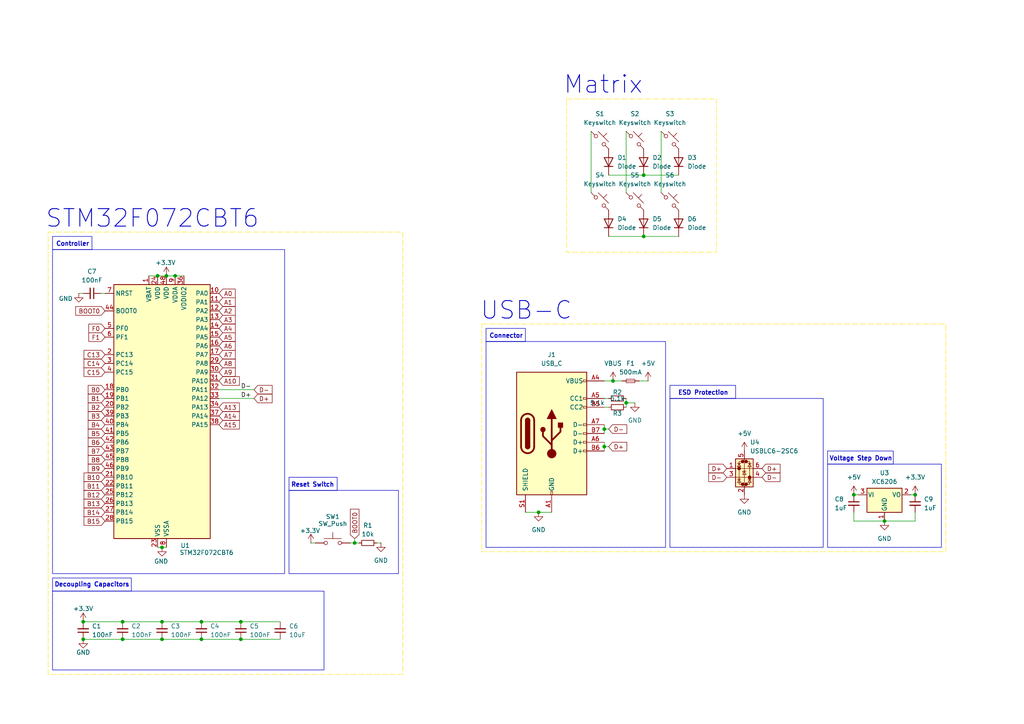
<source format=kicad_sch>
(kicad_sch (version 20231120) (generator "eeschema") (generator_version "8.0")
  (paper "A4")
  (lib_symbols
    (symbol "Connector:USB_C_Receptacle_USB2.0_14P" (pin_names (offset 1.016))
      (property "Reference" "J" (at 0 22.225 0))
      (property "Value" "USB_C_Receptacle_USB2.0_14P" (at 0 19.685 0))
      (symbol "USB_C_Receptacle_USB2.0_14P_0_0"
        (rectangle (start -0.254 -17.78) (end 0.254 -16.764))
        (rectangle (start 10.16 -4.826) (end 9.144 -5.334))
        (rectangle (start 10.16 -2.286) (end 9.144 -2.794))
        (rectangle (start 10.16 0.254) (end 9.144 -0.254))
        (rectangle (start 10.16 2.794) (end 9.144 2.286))
        (rectangle (start 10.16 7.874) (end 9.144 7.366))
        (rectangle (start 10.16 10.414) (end 9.144 9.906))
        (rectangle (start 10.16 15.494) (end 9.144 14.986))
      )
      (symbol "USB_C_Receptacle_USB2.0_14P_0_1"
        (rectangle (start -10.16 17.78) (end 10.16 -17.78) (stroke (width 0.254)) (fill (type background)))
        (arc (start -8.89 -3.81) (mid -6.985 -5.7067) (end -5.08 -3.81) (stroke (width 0.508)))
        (arc (start -7.62 -3.81) (mid -6.985 -4.4423) (end -6.35 -3.81) (stroke (width 0.254)))
        (arc (start -7.62 -3.81) (mid -6.985 -4.4423) (end -6.35 -3.81) (stroke (width 0.254)) (fill (type outline)))
        (rectangle (start -7.62 -3.81) (end -6.35 3.81) (stroke (width 0.254)) (fill (type outline)))
        (arc (start -6.35 3.81) (mid -6.985 4.4423) (end -7.62 3.81) (stroke (width 0.254)))
        (arc (start -6.35 3.81) (mid -6.985 4.4423) (end -7.62 3.81) (stroke (width 0.254)) (fill (type outline)))
        (arc (start -5.08 3.81) (mid -6.985 5.7067) (end -8.89 3.81) (stroke (width 0.508)))
        (circle (center -2.54 1.143) (radius 0.635) (stroke (width 0.254)) (fill (type outline)))
        (circle (center 0 -5.842) (radius 1.27) (fill (type outline)))
        (polyline (pts (xy -8.89 -3.81) (xy -8.89 3.81)) (stroke (width 0.508)))
        (polyline (pts (xy -5.08 3.81) (xy -5.08 -3.81)) (stroke (width 0.508)))
        (polyline (pts (xy 0 -5.842) (xy 0 4.318)) (stroke (width 0.508)))
        (polyline (pts (xy 0 -3.302) (xy -2.54 -0.762) (xy -2.54 0.508)) (stroke (width 0.508)))
        (polyline (pts (xy 0 -2.032) (xy 2.54 0.508) (xy 2.54 1.778)) (stroke (width 0.508)))
        (polyline (pts (xy -1.27 4.318) (xy 0 6.858) (xy 1.27 4.318) (xy -1.27 4.318)) (stroke (width 0.254)) (fill (type outline)))
        (rectangle (start 1.905 1.778) (end 3.175 3.048) (stroke (width 0.254)) (fill (type outline)))
      )
      (symbol "USB_C_Receptacle_USB2.0_14P_1_1"
        (pin passive line (at 0 -22.86 90) (length 5.08) (name "GND") (number "A1"))
        (pin passive line (at 0 -22.86 90) (length 5.08) hide (name "GND") (number "A12"))
        (pin passive line (at 15.24 15.24 180) (length 5.08) (name "VBUS") (number "A4"))
        (pin bidirectional line (at 15.24 10.16 180) (length 5.08) (name "CC1") (number "A5"))
        (pin bidirectional line (at 15.24 -2.54 180) (length 5.08) (name "D+") (number "A6"))
        (pin bidirectional line (at 15.24 2.54 180) (length 5.08) (name "D-") (number "A7"))
        (pin passive line (at 15.24 15.24 180) (length 5.08) hide (name "VBUS") (number "A9"))
        (pin passive line (at 0 -22.86 90) (length 5.08) hide (name "GND") (number "B1"))
        (pin passive line (at 0 -22.86 90) (length 5.08) hide (name "GND") (number "B12"))
        (pin passive line (at 15.24 15.24 180) (length 5.08) hide (name "VBUS") (number "B4"))
        (pin bidirectional line (at 15.24 7.62 180) (length 5.08) (name "CC2") (number "B5"))
        (pin bidirectional line (at 15.24 -5.08 180) (length 5.08) (name "D+") (number "B6"))
        (pin bidirectional line (at 15.24 0 180) (length 5.08) (name "D-") (number "B7"))
        (pin passive line (at 15.24 15.24 180) (length 5.08) hide (name "VBUS") (number "B9"))
        (pin passive line (at -7.62 -22.86 90) (length 5.08) (name "SHIELD") (number "S1"))
      )
    )
    (symbol "Device:C_Small" (pin_numbers hide) (pin_names (offset 0.254) hide)
      (property "Reference" "C" (at 0.254 1.778 0))
      (property "Value" "C_Small" (at 0.254 -2.032 0))
      (symbol "C_Small_0_1"
        (polyline (pts (xy -1.524 -0.508) (xy 1.524 -0.508)) (stroke (width 0.3302)))
        (polyline (pts (xy -1.524 0.508) (xy 1.524 0.508)) (stroke (width 0.3048)))
      )
      (symbol "C_Small_1_1"
        (pin passive line (at 0 2.54 270) (length 2.032) (name "~") (number "1"))
        (pin passive line (at 0 -2.54 90) (length 2.032) (name "~") (number "2"))
      )
    )
    (symbol "Device:Fuse_Small" (pin_numbers hide) (pin_names (offset 0.254) hide)
      (property "Reference" "F" (at 0 -1.524 0))
      (property "Value" "Fuse_Small" (at 0 1.524 0))
      (symbol "Fuse_Small_0_1"
        (rectangle (start -1.27 0.508) (end 1.27 -0.508))
        (polyline (pts (xy -1.27 0) (xy 1.27 0)))
      )
      (symbol "Fuse_Small_1_1"
        (pin passive line (at -2.54 0 0) (length 1.27) (name "~") (number "1"))
        (pin passive line (at 2.54 0 180) (length 1.27) (name "~") (number "2"))
      )
    )
    (symbol "Device:R_Small" (pin_numbers hide) (pin_names (offset 0.254) hide)
      (property "Reference" "R" (at 0.762 0.508 0))
      (property "Value" "R_Small" (at 0.762 -1.016 0))
      (symbol "R_Small_0_1"
        (rectangle (start -0.762 1.778) (end 0.762 -1.778) (stroke (width 0.2032)))
      )
      (symbol "R_Small_1_1"
        (pin passive line (at 0 2.54 270) (length 0.762) (name "~") (number "1"))
        (pin passive line (at 0 -2.54 90) (length 0.762) (name "~") (number "2"))
      )
    )
    (symbol "MCU_ST_STM32F0:STM32F072CBTx"
      (property "Reference" "U" (at -12.7 39.37 0))
      (property "Value" "STM32F072CBTx" (at 10.16 39.37 0))
      (symbol "STM32F072CBTx_0_1"
        (rectangle (start -12.7 -35.56) (end 15.24 38.1) (stroke (width 0.254)) (fill (type background)))
      )
      (symbol "STM32F072CBTx_1_1"
        (pin power_in line (at -2.54 40.64 270) (length 2.54) (name "VBAT") (number "1"))
        (pin bidirectional line (at 17.78 35.56 180) (length 2.54) (name "PA0") (number "10"))
        (pin bidirectional line (at 17.78 33.02 180) (length 2.54) (name "PA1") (number "11"))
        (pin bidirectional line (at 17.78 30.48 180) (length 2.54) (name "PA2") (number "12"))
        (pin bidirectional line (at 17.78 27.94 180) (length 2.54) (name "PA3") (number "13"))
        (pin bidirectional line (at 17.78 25.4 180) (length 2.54) (name "PA4") (number "14"))
        (pin bidirectional line (at 17.78 22.86 180) (length 2.54) (name "PA5") (number "15"))
        (pin bidirectional line (at 17.78 20.32 180) (length 2.54) (name "PA6") (number "16"))
        (pin bidirectional line (at 17.78 17.78 180) (length 2.54) (name "PA7") (number "17"))
        (pin bidirectional line (at -15.24 7.62 0) (length 2.54) (name "PB0") (number "18"))
        (pin bidirectional line (at -15.24 5.08 0) (length 2.54) (name "PB1") (number "19"))
        (pin bidirectional line (at -15.24 17.78 0) (length 2.54) (name "PC13") (number "2"))
        (pin bidirectional line (at -15.24 2.54 0) (length 2.54) (name "PB2") (number "20"))
        (pin bidirectional line (at -15.24 -17.78 0) (length 2.54) (name "PB10") (number "21"))
        (pin bidirectional line (at -15.24 -20.32 0) (length 2.54) (name "PB11") (number "22"))
        (pin power_in line (at 0 -38.1 90) (length 2.54) (name "VSS") (number "23"))
        (pin power_in line (at 0 40.64 270) (length 2.54) (name "VDD") (number "24"))
        (pin bidirectional line (at -15.24 -22.86 0) (length 2.54) (name "PB12") (number "25"))
        (pin bidirectional line (at -15.24 -25.4 0) (length 2.54) (name "PB13") (number "26"))
        (pin bidirectional line (at -15.24 -27.94 0) (length 2.54) (name "PB14") (number "27"))
        (pin bidirectional line (at -15.24 -30.48 0) (length 2.54) (name "PB15") (number "28"))
        (pin bidirectional line (at 17.78 15.24 180) (length 2.54) (name "PA8") (number "29"))
        (pin bidirectional line (at -15.24 15.24 0) (length 2.54) (name "PC14") (number "3"))
        (pin bidirectional line (at 17.78 12.7 180) (length 2.54) (name "PA9") (number "30"))
        (pin bidirectional line (at 17.78 10.16 180) (length 2.54) (name "PA10") (number "31"))
        (pin bidirectional line (at 17.78 7.62 180) (length 2.54) (name "PA11") (number "32"))
        (pin bidirectional line (at 17.78 5.08 180) (length 2.54) (name "PA12") (number "33"))
        (pin bidirectional line (at 17.78 2.54 180) (length 2.54) (name "PA13") (number "34"))
        (pin passive line (at 0 -38.1 90) (length 2.54) hide (name "VSS") (number "35"))
        (pin power_in line (at 7.62 40.64 270) (length 2.54) (name "VDDIO2") (number "36"))
        (pin bidirectional line (at 17.78 0 180) (length 2.54) (name "PA14") (number "37"))
        (pin bidirectional line (at 17.78 -2.54 180) (length 2.54) (name "PA15") (number "38"))
        (pin bidirectional line (at -15.24 0 0) (length 2.54) (name "PB3") (number "39"))
        (pin bidirectional line (at -15.24 12.7 0) (length 2.54) (name "PC15") (number "4"))
        (pin bidirectional line (at -15.24 -2.54 0) (length 2.54) (name "PB4") (number "40"))
        (pin bidirectional line (at -15.24 -5.08 0) (length 2.54) (name "PB5") (number "41"))
        (pin bidirectional line (at -15.24 -7.62 0) (length 2.54) (name "PB6") (number "42"))
        (pin bidirectional line (at -15.24 -10.16 0) (length 2.54) (name "PB7") (number "43"))
        (pin input line (at -15.24 30.48 0) (length 2.54) (name "BOOT0") (number "44"))
        (pin bidirectional line (at -15.24 -12.7 0) (length 2.54) (name "PB8") (number "45"))
        (pin bidirectional line (at -15.24 -15.24 0) (length 2.54) (name "PB9") (number "46"))
        (pin passive line (at 0 -38.1 90) (length 2.54) hide (name "VSS") (number "47"))
        (pin power_in line (at 2.54 40.64 270) (length 2.54) (name "VDD") (number "48"))
        (pin bidirectional line (at -15.24 25.4 0) (length 2.54) (name "PF0") (number "5"))
        (pin bidirectional line (at -15.24 22.86 0) (length 2.54) (name "PF1") (number "6"))
        (pin input line (at -15.24 35.56 0) (length 2.54) (name "NRST") (number "7"))
        (pin power_in line (at 2.54 -38.1 90) (length 2.54) (name "VSSA") (number "8"))
        (pin power_in line (at 5.08 40.64 270) (length 2.54) (name "VDDA") (number "9"))
      )
    )
    (symbol "Power_Protection:USBLC6-2SC6" (pin_names hide)
      (property "Reference" "U" (at 0.635 5.715 0))
      (property "Value" "USBLC6-2SC6" (at 0.635 3.81 0))
      (symbol "USBLC6-2SC6_0_0"
        (circle (center -1.524 0) (radius 0.0001) (stroke (width 0.508)))
        (circle (center -0.508 -4.572) (radius 0.0001) (stroke (width 0.508)))
        (circle (center -0.508 2.032) (radius 0.0001) (stroke (width 0.508)))
        (circle (center 0.508 -4.572) (radius 0.0001) (stroke (width 0.508)))
        (circle (center 0.508 2.032) (radius 0.0001) (stroke (width 0.508)))
        (circle (center 1.524 -2.54) (radius 0.0001) (stroke (width 0.508)))
      )
      (symbol "USBLC6-2SC6_0_1"
        (polyline (pts (xy -2.54 -2.54) (xy 2.54 -2.54)))
        (polyline (pts (xy -2.54 0) (xy 2.54 0)))
        (polyline (pts (xy -2.032 -3.048) (xy -1.016 -3.048)))
        (polyline (pts (xy -1.016 1.524) (xy -2.032 1.524)))
        (polyline (pts (xy 1.016 -3.048) (xy 2.032 -3.048)))
        (polyline (pts (xy 1.016 1.524) (xy 2.032 1.524)))
        (polyline (pts (xy -0.508 -1.143) (xy -0.508 -0.762) (xy 0.508 -0.762)))
        (polyline (pts (xy -2.032 0.508) (xy -1.016 0.508) (xy -1.524 1.524) (xy -2.032 0.508)))
        (polyline (pts (xy -1.016 -4.064) (xy -2.032 -4.064) (xy -1.524 -3.048) (xy -1.016 -4.064)))
        (polyline (pts (xy 0.508 -1.778) (xy -0.508 -1.778) (xy 0 -0.762) (xy 0.508 -1.778)))
        (polyline (pts (xy 2.032 -4.064) (xy 1.016 -4.064) (xy 1.524 -3.048) (xy 2.032 -4.064)))
        (polyline (pts (xy 2.032 0.508) (xy 1.016 0.508) (xy 1.524 1.524) (xy 2.032 0.508)))
        (polyline (pts (xy 0 2.54) (xy -0.508 2.032) (xy 0.508 2.032) (xy 0 1.524) (xy 0 -4.064) (xy -0.508 -4.572) (xy 0.508 -4.572) (xy 0 -5.08)))
      )
      (symbol "USBLC6-2SC6_1_1"
        (rectangle (start -2.54 2.794) (end 2.54 -5.334) (stroke (width 0.254)) (fill (type background)))
        (polyline (pts (xy -0.508 2.032) (xy -1.524 2.032) (xy -1.524 -4.572) (xy -0.508 -4.572)))
        (polyline (pts (xy 0.508 -4.572) (xy 1.524 -4.572) (xy 1.524 2.032) (xy 0.508 2.032)))
        (pin passive line (at -5.08 0 0) (length 2.54) (name "I/O1") (number "1"))
        (pin passive line (at 0 -7.62 90) (length 2.54) (name "GND") (number "2"))
        (pin passive line (at -5.08 -2.54 0) (length 2.54) (name "I/O2") (number "3"))
        (pin passive line (at 5.08 -2.54 180) (length 2.54) (name "I/O2") (number "4"))
        (pin passive line (at 0 5.08 270) (length 2.54) (name "VBUS") (number "5"))
        (pin passive line (at 5.08 0 180) (length 2.54) (name "I/O1") (number "6"))
      )
    )
    (symbol "Regulator_Linear:XC6206PxxxMR" (pin_names (offset 0.254))
      (property "Reference" "U" (at -3.81 3.175 0))
      (property "Value" "XC6206PxxxMR" (at 0 3.175 0))
      (symbol "XC6206PxxxMR_0_1"
        (rectangle (start -5.08 1.905) (end 5.08 -5.08) (stroke (width 0.254)) (fill (type background)))
      )
      (symbol "XC6206PxxxMR_1_1"
        (pin power_in line (at 0 -7.62 90) (length 2.54) (name "GND") (number "1"))
        (pin power_out line (at 7.62 0 180) (length 2.54) (name "VO") (number "2"))
        (pin power_in line (at -7.62 0 0) (length 2.54) (name "VI") (number "3"))
      )
    )
    (symbol "ScottoKeebs:Placeholder_Diode" (pin_numbers hide) (pin_names hide)
      (property "Reference" "D" (at 0 2.54 0))
      (property "Value" "Diode" (at 0 -2.54 0))
      (symbol "Placeholder_Diode_0_1"
        (polyline (pts (xy -1.27 1.27) (xy -1.27 -1.27)) (stroke (width 0.254)))
        (polyline (pts (xy 1.27 0) (xy -1.27 0)))
        (polyline (pts (xy 1.27 1.27) (xy 1.27 -1.27) (xy -1.27 0) (xy 1.27 1.27)) (stroke (width 0.254)))
      )
      (symbol "Placeholder_Diode_1_1"
        (pin passive line (at -3.81 0 0) (length 2.54) (name "K") (number "1"))
        (pin passive line (at 3.81 0 180) (length 2.54) (name "A") (number "2"))
      )
    )
    (symbol "ScottoKeebs:Placeholder_Keyswitch" (pin_numbers hide) (pin_names (offset 1.016) hide)
      (property "Reference" "S" (at 3.048 1.016 0))
      (property "Value" "Keyswitch" (at 0 -3.81 0))
      (symbol "Placeholder_Keyswitch_0_1"
        (circle (center -1.1684 1.1684) (radius 0.508))
        (polyline (pts (xy -0.508 2.54) (xy 2.54 -0.508)))
        (polyline (pts (xy 1.016 1.016) (xy 2.032 2.032)))
        (polyline (pts (xy -2.54 2.54) (xy -1.524 1.524) (xy -1.524 1.524)))
        (polyline (pts (xy 1.524 -1.524) (xy 2.54 -2.54) (xy 2.54 -2.54) (xy 2.54 -2.54)))
        (circle (center 1.143 -1.1938) (radius 0.508))
        (pin passive line (at -2.54 2.54 0) (length 0) (name "1") (number "1"))
        (pin passive line (at 2.54 -2.54 180) (length 0) (name "2") (number "2"))
      )
    )
    (symbol "Switch:SW_Push" (pin_numbers hide) (pin_names (offset 1.016) hide)
      (property "Reference" "SW" (at 1.27 2.54 0))
      (property "Value" "SW_Push" (at 0 -1.524 0))
      (symbol "SW_Push_0_1"
        (circle (center -2.032 0) (radius 0.508))
        (polyline (pts (xy 0 1.27) (xy 0 3.048)))
        (polyline (pts (xy 2.54 1.27) (xy -2.54 1.27)))
        (circle (center 2.032 0) (radius 0.508))
        (pin passive line (at -5.08 0 0) (length 2.54) (name "1") (number "1"))
        (pin passive line (at 5.08 0 180) (length 2.54) (name "2") (number "2"))
      )
    )
    (symbol "power:+3.3V" (power) (pin_numbers hide) (pin_names (offset 0) hide)
      (property "Value" "+3.3V" (at 0 3.556 0))
      (symbol "+3.3V_0_1"
        (polyline (pts (xy -0.762 1.27) (xy 0 2.54)))
        (polyline (pts (xy 0 0) (xy 0 2.54)))
        (polyline (pts (xy 0 2.54) (xy 0.762 1.27)))
      )
      (symbol "+3.3V_1_1"
        (pin power_in line (at 0 0 90) (length 0) (name "~") (number "1"))
      )
    )
    (symbol "power:+5V" (power) (pin_numbers hide) (pin_names (offset 0) hide)
      (property "Value" "+5V" (at 0 3.556 0))
      (symbol "+5V_0_1"
        (polyline (pts (xy -0.762 1.27) (xy 0 2.54)))
        (polyline (pts (xy 0 0) (xy 0 2.54)))
        (polyline (pts (xy 0 2.54) (xy 0.762 1.27)))
      )
      (symbol "+5V_1_1"
        (pin power_in line (at 0 0 90) (length 0) (name "~") (number "1"))
      )
    )
    (symbol "power:GND" (power) (pin_numbers hide) (pin_names (offset 0) hide)
      (property "Value" "GND" (at 0 -3.81 0))
      (symbol "GND_0_1"
        (polyline (pts (xy 0 0) (xy 0 -1.27) (xy 1.27 -1.27) (xy 0 -2.54) (xy -1.27 -1.27) (xy 0 -1.27)))
      )
      (symbol "GND_1_1"
        (pin power_in line (at 0 0 270) (length 0) (name "~") (number "1"))
      )
    )
    (symbol "power:VBUS" (power) (pin_numbers hide) (pin_names (offset 0) hide)
      (property "Value" "VBUS" (at 0 3.556 0))
      (symbol "VBUS_0_1"
        (polyline (pts (xy -0.762 1.27) (xy 0 2.54)))
        (polyline (pts (xy 0 0) (xy 0 2.54)))
        (polyline (pts (xy 0 2.54) (xy 0.762 1.27)))
      )
      (symbol "VBUS_1_1"
        (pin power_in line (at 0 0 90) (length 0) (name "~") (number "1"))
      )
    )
  )
  (junction (at 175.26 129.54))
  (junction (at 181.61 116.84))
  (junction (at 102.87 157.48))
  (junction (at 24.13 180.34))
  (junction (at 247.65 143.51))
  (junction (at 24.13 185.42))
  (junction (at 186.69 50.8))
  (junction (at 46.99 180.34))
  (junction (at 35.56 180.34))
  (junction (at 69.85 180.34))
  (junction (at 186.69 68.58))
  (junction (at 46.99 158.75))
  (junction (at 50.8 80.01))
  (junction (at 58.42 185.42))
  (junction (at 177.8 110.49))
  (junction (at 156.21 148.59))
  (junction (at 46.99 185.42))
  (junction (at 69.85 185.42))
  (junction (at 175.26 124.46))
  (junction (at 35.56 185.42))
  (junction (at 45.72 80.01))
  (junction (at 48.26 80.01))
  (junction (at 256.54 151.13))
  (junction (at 265.43 143.51))
  (junction (at 58.42 180.34))
  (wire (pts (xy 50.8 80.01) (xy 53.34 80.01)))
  (wire (pts (xy 58.42 185.42) (xy 69.85 185.42)))
  (wire (pts (xy 175.26 110.49) (xy 177.8 110.49)))
  (wire (pts (xy 264.16 143.51) (xy 265.43 143.51)))
  (wire (pts (xy 102.87 157.48) (xy 104.14 157.48)))
  (wire (pts (xy 48.26 80.01) (xy 50.8 80.01)))
  (wire (pts (xy 191.77 38.1) (xy 191.77 55.88)))
  (wire (pts (xy 152.4 148.59) (xy 156.21 148.59)))
  (wire (pts (xy 181.61 116.84) (xy 181.61 118.11)))
  (wire (pts (xy 22.86 85.09) (xy 24.13 85.09)))
  (wire (pts (xy 181.61 115.57) (xy 181.61 116.84)))
  (wire (pts (xy 185.42 110.49) (xy 187.96 110.49)))
  (wire (pts (xy 256.54 151.13) (xy 265.43 151.13)))
  (wire (pts (xy 29.21 85.09) (xy 30.48 85.09)))
  (wire (pts (xy 63.5 113.03) (xy 73.66 113.03)))
  (wire (pts (xy 35.56 180.34) (xy 46.99 180.34)))
  (wire (pts (xy 175.26 123.19) (xy 175.26 124.46)))
  (wire (pts (xy 176.53 50.8) (xy 186.69 50.8)))
  (wire (pts (xy 175.26 115.57) (xy 176.53 115.57)))
  (wire (pts (xy 102.87 156.21) (xy 102.87 157.48)))
  (wire (pts (xy 265.43 148.59) (xy 265.43 151.13)))
  (wire (pts (xy 247.65 143.51) (xy 248.92 143.51)))
  (wire (pts (xy 35.56 185.42) (xy 46.99 185.42)))
  (wire (pts (xy 186.69 68.58) (xy 196.85 68.58)))
  (wire (pts (xy 69.85 185.42) (xy 81.28 185.42)))
  (wire (pts (xy 109.22 157.48) (xy 110.49 157.48)))
  (wire (pts (xy 58.42 180.34) (xy 69.85 180.34)))
  (wire (pts (xy 45.72 158.75) (xy 46.99 158.75)))
  (wire (pts (xy 175.26 129.54) (xy 175.26 130.81)))
  (wire (pts (xy 181.61 38.1) (xy 181.61 55.88)))
  (wire (pts (xy 46.99 180.34) (xy 58.42 180.34)))
  (wire (pts (xy 46.99 185.42) (xy 58.42 185.42)))
  (wire (pts (xy 156.21 148.59) (xy 160.02 148.59)))
  (wire (pts (xy 45.72 80.01) (xy 48.26 80.01)))
  (wire (pts (xy 46.99 158.75) (xy 48.26 158.75)))
  (wire (pts (xy 247.65 151.13) (xy 256.54 151.13)))
  (wire (pts (xy 24.13 185.42) (xy 35.56 185.42)))
  (wire (pts (xy 24.13 180.34) (xy 35.56 180.34)))
  (wire (pts (xy 171.45 38.1) (xy 171.45 55.88)))
  (wire (pts (xy 176.53 129.54) (xy 175.26 129.54)))
  (wire (pts (xy 247.65 148.59) (xy 247.65 151.13)))
  (wire (pts (xy 90.17 157.48) (xy 91.44 157.48)))
  (wire (pts (xy 186.69 50.8) (xy 196.85 50.8)))
  (wire (pts (xy 63.5 115.57) (xy 73.66 115.57)))
  (wire (pts (xy 43.18 80.01) (xy 45.72 80.01)))
  (wire (pts (xy 69.85 180.34) (xy 81.28 180.34)))
  (wire (pts (xy 176.53 124.46) (xy 175.26 124.46)))
  (wire (pts (xy 175.26 118.11) (xy 176.53 118.11)))
  (wire (pts (xy 175.26 124.46) (xy 175.26 125.73)))
  (wire (pts (xy 101.6 157.48) (xy 102.87 157.48)))
  (wire (pts (xy 176.53 68.58) (xy 186.69 68.58)))
  (wire (pts (xy 175.26 128.27) (xy 175.26 129.54)))
  (wire (pts (xy 177.8 110.49) (xy 180.34 110.49)))
  (wire (pts (xy 181.61 116.84) (xy 184.15 116.84)))
  (rectangle (start 194.31 115.57) (end 238.76 158.75))
  (rectangle (start 15.24 171.45) (end 93.98 194.31))
  (rectangle (start 140.97 95.25) (end 152.4 99.06))
  (rectangle (start 240.03 134.62) (end 273.05 158.75))
  (rectangle (start 13.97 67.31) (end 116.84 195.58) (stroke (width 0) (type dash) (color 255 229 36 1)))
  (rectangle (start 15.24 68.58) (end 26.67 72.39))
  (rectangle (start 139.7 93.98) (end 274.32 160.02) (stroke (width 0) (type dash) (color 255 229 36 1)))
  (rectangle (start 83.82 138.43) (end 97.79 142.24))
  (rectangle (start 240.03 130.81) (end 259.08 134.62))
  (rectangle (start 83.82 142.24) (end 115.57 166.37))
  (rectangle (start 194.31 111.76) (end 213.36 115.57))
  (rectangle (start 15.24 72.39) (end 82.55 166.37))
  (rectangle (start 140.97 99.06) (end 193.04 158.75))
  (rectangle (start 164.338 28.702) (end 207.772 73.152) (stroke (width 0) (type dash) (color 255 229 36 1)))
  (rectangle (start 15.24 167.64) (end 38.1 171.45))
  (text "STM32F072CBT6" (at 44.196 63.5 0) (effects (font (size 5.08 5.08) (thickness 0.254) (bold yes))))
  (text "USB-C\n" (at 152.654 90.17 0) (effects (font (size 5.08 5.08) (thickness 0.254) (bold yes))))
  (text "Matrix\n" (at 163.322 24.638 0) (effects (font (size 5.08 5.08) (thickness 0.254) (bold yes)) (justify left)))
  (text "Decoupling Capacitors" (at 26.67 169.672 0) (effects (font (size 1.27 1.27) (thickness 0.254) (bold yes))))
  (text "Controller\n" (at 21.082 70.866 0) (effects (font (size 1.27 1.27) (thickness 0.254) (bold yes))))
  (text "ESD Protection" (at 203.962 114.046 0) (effects (font (size 1.27 1.27) (thickness 0.254) (bold yes))))
  (text "Voltage Step Down" (at 249.682 133.096 0) (effects (font (size 1.27 1.27) (thickness 0.254) (bold yes))))
  (text "Reset Switch" (at 90.678 140.716 0) (effects (font (size 1.27 1.27) (thickness 0.254) (bold yes))))
  (text "Connector\n" (at 146.812 97.536 0) (effects (font (size 1.27 1.27) (thickness 0.254) (bold yes))))
  (label "D-" (at 69.85 113.03 0))
  (label "D+" (at 69.85 115.57 0))
  (global_label "D+" (shape input) (at 220.98 135.89 0) (property "Intersheetrefs" "${INTERSHEET_REFS}" (effects (hide yes))))
  (global_label "D-" (shape input) (at 73.66 113.03 0) (property "Intersheetrefs" "${INTERSHEET_REFS}" (effects (hide yes))))
  (global_label "C14" (shape input) (at 30.48 105.41 180) (property "Intersheetrefs" "${INTERSHEET_REFS}" (effects (hide yes))))
  (global_label "D+" (shape input) (at 176.53 129.54 0) (property "Intersheetrefs" "${INTERSHEET_REFS}" (effects (hide yes))))
  (global_label "BOOT0" (shape input) (at 102.87 156.21 90) (property "Intersheetrefs" "${INTERSHEET_REFS}" (effects (hide yes))))
  (global_label "D-" (shape input) (at 210.82 138.43 180) (property "Intersheetrefs" "${INTERSHEET_REFS}" (effects (hide yes))))
  (global_label "B1" (shape input) (at 30.48 115.57 180) (property "Intersheetrefs" "${INTERSHEET_REFS}" (effects (hide yes))))
  (global_label "B5" (shape input) (at 30.48 125.73 180) (property "Intersheetrefs" "${INTERSHEET_REFS}" (effects (hide yes))))
  (global_label "B15" (shape input) (at 30.48 151.13 180) (property "Intersheetrefs" "${INTERSHEET_REFS}" (effects (hide yes))))
  (global_label "B0" (shape input) (at 30.48 113.03 180) (property "Intersheetrefs" "${INTERSHEET_REFS}" (effects (hide yes))))
  (global_label "A9" (shape input) (at 63.5 107.95 0) (property "Intersheetrefs" "${INTERSHEET_REFS}" (effects (hide yes))))
  (global_label "C13" (shape input) (at 30.48 102.87 180) (property "Intersheetrefs" "${INTERSHEET_REFS}" (effects (hide yes))))
  (global_label "D+" (shape input) (at 73.66 115.57 0) (property "Intersheetrefs" "${INTERSHEET_REFS}" (effects (hide yes))))
  (global_label "B14" (shape input) (at 30.48 148.59 180) (property "Intersheetrefs" "${INTERSHEET_REFS}" (effects (hide yes))))
  (global_label "C15" (shape input) (at 30.48 107.95 180) (property "Intersheetrefs" "${INTERSHEET_REFS}" (effects (hide yes))))
  (global_label "B2" (shape input) (at 30.48 118.11 180) (property "Intersheetrefs" "${INTERSHEET_REFS}" (effects (hide yes))))
  (global_label "A4" (shape input) (at 63.5 95.25 0) (property "Intersheetrefs" "${INTERSHEET_REFS}" (effects (hide yes))))
  (global_label "A5" (shape input) (at 63.5 97.79 0) (property "Intersheetrefs" "${INTERSHEET_REFS}" (effects (hide yes))))
  (global_label "A1" (shape input) (at 63.5 87.63 0) (property "Intersheetrefs" "${INTERSHEET_REFS}" (effects (hide yes))))
  (global_label "F0" (shape input) (at 30.48 95.25 180) (property "Intersheetrefs" "${INTERSHEET_REFS}" (effects (hide yes))))
  (global_label "B12" (shape input) (at 30.48 143.51 180) (property "Intersheetrefs" "${INTERSHEET_REFS}" (effects (hide yes))))
  (global_label "B11" (shape input) (at 30.48 140.97 180) (property "Intersheetrefs" "${INTERSHEET_REFS}" (effects (hide yes))))
  (global_label "D+" (shape input) (at 210.82 135.89 180) (property "Intersheetrefs" "${INTERSHEET_REFS}" (effects (hide yes))))
  (global_label "A10" (shape input) (at 63.5 110.49 0) (property "Intersheetrefs" "${INTERSHEET_REFS}" (effects (hide yes))))
  (global_label "B8" (shape input) (at 30.48 133.35 180) (property "Intersheetrefs" "${INTERSHEET_REFS}" (effects (hide yes))))
  (global_label "B3" (shape input) (at 30.48 120.65 180) (property "Intersheetrefs" "${INTERSHEET_REFS}" (effects (hide yes))))
  (global_label "D-" (shape input) (at 220.98 138.43 0) (property "Intersheetrefs" "${INTERSHEET_REFS}" (effects (hide yes))))
  (global_label "F1" (shape input) (at 30.48 97.79 180) (property "Intersheetrefs" "${INTERSHEET_REFS}" (effects (hide yes))))
  (global_label "BOOT0" (shape input) (at 30.48 90.17 180) (property "Intersheetrefs" "${INTERSHEET_REFS}" (effects (hide yes))))
  (global_label "A14" (shape input) (at 63.5 120.65 0) (property "Intersheetrefs" "${INTERSHEET_REFS}" (effects (hide yes))))
  (global_label "A2" (shape input) (at 63.5 90.17 0) (property "Intersheetrefs" "${INTERSHEET_REFS}" (effects (hide yes))))
  (global_label "A7" (shape input) (at 63.5 102.87 0) (property "Intersheetrefs" "${INTERSHEET_REFS}" (effects (hide yes))))
  (global_label "A15" (shape input) (at 63.5 123.19 0) (property "Intersheetrefs" "${INTERSHEET_REFS}" (effects (hide yes))))
  (global_label "B7" (shape input) (at 30.48 130.81 180) (property "Intersheetrefs" "${INTERSHEET_REFS}" (effects (hide yes))))
  (global_label "A13" (shape input) (at 63.5 118.11 0) (property "Intersheetrefs" "${INTERSHEET_REFS}" (effects (hide yes))))
  (global_label "A3" (shape input) (at 63.5 92.71 0) (property "Intersheetrefs" "${INTERSHEET_REFS}" (effects (hide yes))))
  (global_label "B13" (shape input) (at 30.48 146.05 180) (property "Intersheetrefs" "${INTERSHEET_REFS}" (effects (hide yes))))
  (global_label "D-" (shape input) (at 176.53 124.46 0) (property "Intersheetrefs" "${INTERSHEET_REFS}" (effects (hide yes))))
  (global_label "A6" (shape input) (at 63.5 100.33 0) (property "Intersheetrefs" "${INTERSHEET_REFS}" (effects (hide yes))))
  (global_label "B6" (shape input) (at 30.48 128.27 180) (property "Intersheetrefs" "${INTERSHEET_REFS}" (effects (hide yes))))
  (global_label "B10" (shape input) (at 30.48 138.43 180) (property "Intersheetrefs" "${INTERSHEET_REFS}" (effects (hide yes))))
  (global_label "A0" (shape input) (at 63.5 85.09 0) (property "Intersheetrefs" "${INTERSHEET_REFS}" (effects (hide yes))))
  (global_label "B9" (shape input) (at 30.48 135.89 180) (property "Intersheetrefs" "${INTERSHEET_REFS}" (effects (hide yes))))
  (global_label "B4" (shape input) (at 30.48 123.19 180) (property "Intersheetrefs" "${INTERSHEET_REFS}" (effects (hide yes))))
  (global_label "A8" (shape input) (at 63.5 105.41 0) (property "Intersheetrefs" "${INTERSHEET_REFS}" (effects (hide yes))))
  (symbol (lib_id "power:+3.3V") (at 90.17 157.48 0) (unit 1)
    (property "Reference" "#PWR06" (effects (hide yes)))
    (property "Value" "+3.3V" (at 89.916 153.924 0))
    (property "Description" "Power symbol creates a global label with name \"+3.3V\"" (effects (hide yes)))
  )
  (symbol (lib_id "MCU_ST_STM32F0:STM32F072CBTx") (at 45.72 120.65 0) (unit 1)
    (property "Reference" "U1" (at 52.324 158.242 0) (effects (justify left)))
    (property "Value" "STM32F072CBT6" (at 52.07 160.274 0) (effects (justify left)))
    (property "Footprint" "ScottoKeebs_Components:Package_LQFP-48_7x7mm_P0.5" (effects (hide yes)))
    (property "Datasheet" "https://www.st.com/resource/en/datasheet/stm32f072cb.pdf" (effects (hide yes)))
    (property "Description" "STMicroelectronics Arm Cortex-M0 MCU, 128KB flash, 16KB RAM, 48 MHz, 2.0-3.6V, 37 GPIO, LQFP48" (effects (hide yes)))
    (property "LCSC" "C81720" (effects (hide yes)))
    (property "JlcRotOffset" "-90" (effects (hide yes)))
  )
  (symbol (lib_id "Regulator_Linear:XC6206PxxxMR") (at 256.54 143.51 0) (unit 1)
    (property "Reference" "U3" (at 256.54 137.16 0))
    (property "Value" "XC6206" (at 256.54 139.7 0))
    (property "Footprint" "ScottoKeebs_Components:Voltage_SOT-23" (effects (hide yes)))
    (property "Datasheet" "https://www.torexsemi.com/file/xc6206/XC6206.pdf" (effects (hide yes)))
    (property "Description" "Positive 60-250mA Low Dropout Regulator, Fixed Output, SOT-23" (effects (hide yes)))
    (property "LCSC" "C5446" (effects (hide yes)))
    (property "JlcRotOffset" "180" (effects (hide yes)))
  )
  (symbol (lib_id "power:+5V") (at 187.96 110.49 0) (unit 1)
    (property "Reference" "#PWR010" (effects (hide yes)))
    (property "Value" "+5V" (at 187.96 105.41 0))
    (property "Description" "Power symbol creates a global label with name \"+5V\"" (effects (hide yes)))
  )
  (symbol (lib_id "power:GND") (at 46.99 158.75 0) (unit 1)
    (property "Reference" "#PWR02" (effects (hide yes)))
    (property "Value" "GND" (at 46.736 162.814 0))
    (property "Description" "Power symbol creates a global label with name \"GND\" , ground" (effects (hide yes)))
  )
  (symbol (lib_id "Device:C_Small") (at 81.28 182.88 180) (unit 1)
    (property "Reference" "C6" (at 83.82 181.6035 0) (effects (justify right)))
    (property "Value" "10uF" (at 83.82 184.1435 0) (effects (justify right)))
    (property "Footprint" "ScottoKeebs_Components:Capacitor_0603" (effects (hide yes)))
    (property "Description" "Unpolarized capacitor, small symbol" (effects (hide yes)))
    (property "LCSC" "C19702" (effects (hide yes)))
  )
  (symbol (lib_id "ScottoKeebs:Placeholder_Keyswitch") (at 173.99 58.42 0) (unit 1)
    (property "Reference" "S4" (at 173.99 50.8 0))
    (property "Value" "Keyswitch" (at 173.99 53.34 0))
    (property "Footprint" "ScottoKeebs_Scotto:MX_1.00u" (effects (hide yes)))
    (property "Description" "Push button switch, normally open, two pins, 45° tilted" (effects (hide yes)))
    (property "LCSC" "C5156480" (effects (hide yes)))
  )
  (symbol (lib_id "Device:R_Small") (at 106.68 157.48 270) (unit 1)
    (property "Reference" "R1" (at 106.68 152.4 90))
    (property "Value" "10k" (at 106.68 154.94 90))
    (property "Footprint" "ScottoKeebs_Components:Resistor_0402" (effects (hide yes)))
    (property "Description" "Resistor, small symbol" (effects (hide yes)))
    (property "LCSC" "C25744" (effects (hide yes)))
  )
  (symbol (lib_id "power:+5V") (at 247.65 143.51 0) (unit 1)
    (property "Reference" "#PWR016" (effects (hide yes)))
    (property "Value" "+5V" (at 247.65 138.43 0))
    (property "Description" "Power symbol creates a global label with name \"+5V\"" (effects (hide yes)))
  )
  (symbol (lib_id "Power_Protection:USBLC6-2SC6") (at 215.9 135.89 0) (unit 1)
    (property "Reference" "U4" (at 217.5511 128.27 0) (effects (justify left)))
    (property "Value" "USBLC6-2SC6" (at 217.5511 130.81 0) (effects (justify left)))
    (property "Footprint" "ScottoKeebs_Components:ESD_SOT-23-6" (effects (hide yes)))
    (property "Datasheet" "https://www.st.com/resource/en/datasheet/usblc6-2.pdf" (effects (hide yes)))
    (property "Description" "Very low capacitance ESD protection diode, 2 data-line, SOT-23-6" (effects (hide yes)))
    (property "LCSC" "C2827654" (effects (hide yes)))
    (property "JlcRotOffset" "-90" (effects (hide yes)))
  )
  (symbol (lib_id "power:GND") (at 24.13 185.42 0) (unit 1)
    (property "Reference" "#PWR04" (effects (hide yes)))
    (property "Value" "GND" (at 24.13 189.23 0))
    (property "Description" "Power symbol creates a global label with name \"GND\" , ground" (effects (hide yes)))
  )
  (symbol (lib_id "Device:C_Small") (at 247.65 146.05 0) (unit 1)
    (property "Reference" "C8" (at 242.062 144.78 0) (effects (justify left)))
    (property "Value" "1uF" (at 242.062 147.32 0) (effects (justify left)))
    (property "Footprint" "ScottoKeebs_Components:Capacitor_0402" (effects (hide yes)))
    (property "Description" "Unpolarized capacitor, small symbol" (effects (hide yes)))
    (property "LCSC" "C52923" (effects (hide yes)))
  )
  (symbol (lib_id "power:GND") (at 156.21 148.59 0) (unit 1)
    (property "Reference" "#PWR08" (effects (hide yes)))
    (property "Value" "GND" (at 156.21 153.67 0))
    (property "Description" "Power symbol creates a global label with name \"GND\" , ground" (effects (hide yes)))
  )
  (symbol (lib_id "power:GND") (at 110.49 157.48 0) (unit 1)
    (property "Reference" "#PWR07" (effects (hide yes)))
    (property "Value" "GND" (at 110.49 162.56 0))
    (property "Description" "Power symbol creates a global label with name \"GND\" , ground" (effects (hide yes)))
  )
  (symbol (lib_id "ScottoKeebs:Placeholder_Keyswitch") (at 184.15 40.64 0) (unit 1)
    (property "Reference" "S2" (at 184.15 33.02 0))
    (property "Value" "Keyswitch" (at 184.15 35.56 0))
    (property "Footprint" "ScottoKeebs_Scotto:MX_1.00u" (effects (hide yes)))
    (property "Description" "Push button switch, normally open, two pins, 45° tilted" (effects (hide yes)))
    (property "LCSC" "C5156480" (effects (hide yes)))
  )
  (symbol (lib_id "ScottoKeebs:Placeholder_Diode") (at 186.69 46.99 90) (unit 1)
    (property "Reference" "D2" (at 189.23 45.7199 90) (effects (justify right)))
    (property "Value" "Diode" (at 189.23 48.2599 90) (effects (justify right)))
    (property "Footprint" "ScottoKeebs_Components:Diode_SOD-123" (effects (hide yes)))
    (property "Description" "1N4148 (DO-35) or 1N4148W (SOD-123)" (effects (hide yes)))
    (property "Sim.Device" "D" (effects (hide yes)))
    (property "Sim.Pins" "1=K 2=A" (effects (hide yes)))
    (property "LCSC" "C7420318" (effects (hide yes)))
  )
  (symbol (lib_id "power:GND") (at 256.54 151.13 0) (unit 1)
    (property "Reference" "#PWR015" (effects (hide yes)))
    (property "Value" "GND" (at 256.54 156.21 0))
    (property "Description" "Power symbol creates a global label with name \"GND\" , ground" (effects (hide yes)))
  )
  (symbol (lib_id "ScottoKeebs:Placeholder_Diode") (at 176.53 46.99 90) (unit 1)
    (property "Reference" "D1" (at 179.07 45.7199 90) (effects (justify right)))
    (property "Value" "Diode" (at 179.07 48.2599 90) (effects (justify right)))
    (property "Footprint" "ScottoKeebs_Components:Diode_SOD-123" (effects (hide yes)))
    (property "Description" "1N4148 (DO-35) or 1N4148W (SOD-123)" (effects (hide yes)))
    (property "Sim.Device" "D" (effects (hide yes)))
    (property "Sim.Pins" "1=K 2=A" (effects (hide yes)))
    (property "LCSC" "C7420318" (effects (hide yes)))
  )
  (symbol (lib_id "Device:C_Small") (at 58.42 182.88 180) (unit 1)
    (property "Reference" "C4" (at 60.96 181.6035 0) (effects (justify right)))
    (property "Value" "100nF" (at 60.96 184.1435 0) (effects (justify right)))
    (property "Footprint" "ScottoKeebs_Components:Capacitor_0402" (effects (hide yes)))
    (property "Description" "Unpolarized capacitor, small symbol" (effects (hide yes)))
    (property "LCSC" "C307331" (effects (hide yes)))
  )
  (symbol (lib_id "ScottoKeebs:Placeholder_Keyswitch") (at 184.15 58.42 0) (unit 1)
    (property "Reference" "S5" (at 184.15 50.8 0))
    (property "Value" "Keyswitch" (at 184.15 53.34 0))
    (property "Footprint" "ScottoKeebs_Scotto:MX_1.00u" (effects (hide yes)))
    (property "Description" "Push button switch, normally open, two pins, 45° tilted" (effects (hide yes)))
    (property "LCSC" "C5156480" (effects (hide yes)))
  )
  (symbol (lib_id "Device:C_Small") (at 35.56 182.88 180) (unit 1)
    (property "Reference" "C2" (at 38.1 181.6035 0) (effects (justify right)))
    (property "Value" "100nF" (at 38.1 184.1435 0) (effects (justify right)))
    (property "Footprint" "ScottoKeebs_Components:Capacitor_0402" (effects (hide yes)))
    (property "Description" "Unpolarized capacitor, small symbol" (effects (hide yes)))
    (property "LCSC" "C307331" (effects (hide yes)))
  )
  (symbol (lib_id "power:+3.3V") (at 24.13 180.34 0) (unit 1)
    (property "Reference" "#PWR03" (effects (hide yes)))
    (property "Value" "+3.3V" (at 24.13 176.53 0))
    (property "Description" "Power symbol creates a global label with name \"+3.3V\"" (effects (hide yes)))
  )
  (symbol (lib_id "ScottoKeebs:Placeholder_Diode") (at 186.69 64.77 90) (unit 1)
    (property "Reference" "D5" (at 189.23 63.4999 90) (effects (justify right)))
    (property "Value" "Diode" (at 189.23 66.0399 90) (effects (justify right)))
    (property "Footprint" "ScottoKeebs_Components:Diode_SOD-123" (effects (hide yes)))
    (property "Description" "1N4148 (DO-35) or 1N4148W (SOD-123)" (effects (hide yes)))
    (property "Sim.Device" "D" (effects (hide yes)))
    (property "Sim.Pins" "1=K 2=A" (effects (hide yes)))
    (property "LCSC" "C7420318" (effects (hide yes)))
  )
  (symbol (lib_id "ScottoKeebs:Placeholder_Diode") (at 176.53 64.77 90) (unit 1)
    (property "Reference" "D4" (at 179.07 63.4999 90) (effects (justify right)))
    (property "Value" "Diode" (at 179.07 66.0399 90) (effects (justify right)))
    (property "Footprint" "ScottoKeebs_Components:Diode_SOD-123" (effects (hide yes)))
    (property "Description" "1N4148 (DO-35) or 1N4148W (SOD-123)" (effects (hide yes)))
    (property "Sim.Device" "D" (effects (hide yes)))
    (property "Sim.Pins" "1=K 2=A" (effects (hide yes)))
    (property "LCSC" "C7420318" (effects (hide yes)))
  )
  (symbol (lib_id "power:+5V") (at 215.9 130.81 0) (unit 1)
    (property "Reference" "#PWR012" (effects (hide yes)))
    (property "Value" "+5V" (at 215.9 125.73 0))
    (property "Description" "Power symbol creates a global label with name \"+5V\"" (effects (hide yes)))
  )
  (symbol (lib_id "Device:C_Small") (at 26.67 85.09 270) (unit 1)
    (property "Reference" "C7" (at 26.6636 78.74 90))
    (property "Value" "100nF" (at 26.6636 81.28 90))
    (property "Footprint" "ScottoKeebs_Components:Capacitor_0402" (effects (hide yes)))
    (property "Description" "Unpolarized capacitor, small symbol" (effects (hide yes)))
    (property "LCSC" "C307331" (effects (hide yes)))
  )
  (symbol (lib_id "ScottoKeebs:Placeholder_Diode") (at 196.85 46.99 90) (unit 1)
    (property "Reference" "D3" (at 199.39 45.7199 90) (effects (justify right)))
    (property "Value" "Diode" (at 199.39 48.2599 90) (effects (justify right)))
    (property "Footprint" "ScottoKeebs_Components:Diode_SOD-123" (effects (hide yes)))
    (property "Description" "1N4148 (DO-35) or 1N4148W (SOD-123)" (effects (hide yes)))
    (property "Sim.Device" "D" (effects (hide yes)))
    (property "Sim.Pins" "1=K 2=A" (effects (hide yes)))
    (property "LCSC" "C7420318" (effects (hide yes)))
  )
  (symbol (lib_id "power:+3.3V") (at 48.26 80.01 0) (unit 1)
    (property "Reference" "#PWR01" (effects (hide yes)))
    (property "Value" "+3.3V" (at 48.006 76.2 0))
    (property "Description" "Power symbol creates a global label with name \"+3.3V\"" (effects (hide yes)))
  )
  (symbol (lib_id "Device:R_Small") (at 179.07 118.11 90) (unit 1)
    (property "Reference" "R3" (at 179.07 119.888 90))
    (property "Value" "5.1k" (at 173.228 116.84 90))
    (property "Footprint" "ScottoKeebs_Components:Resistor_0402" (effects (hide yes)))
    (property "Description" "Resistor, small symbol" (effects (hide yes)))
    (property "LCSC" "C25905" (effects (hide yes)))
  )
  (symbol (lib_id "power:+3.3V") (at 265.43 143.51 0) (unit 1)
    (property "Reference" "#PWR014" (effects (hide yes)))
    (property "Value" "+3.3V" (at 265.43 138.43 0))
    (property "Description" "Power symbol creates a global label with name \"+3.3V\"" (effects (hide yes)))
  )
  (symbol (lib_id "power:GND") (at 215.9 143.51 0) (unit 1)
    (property "Reference" "#PWR013" (effects (hide yes)))
    (property "Value" "GND" (at 215.9 148.59 0))
    (property "Description" "Power symbol creates a global label with name \"GND\" , ground" (effects (hide yes)))
  )
  (symbol (lib_id "ScottoKeebs:Placeholder_Diode") (at 196.85 64.77 90) (unit 1)
    (property "Reference" "D6" (at 199.39 63.4999 90) (effects (justify right)))
    (property "Value" "Diode" (at 199.39 66.0399 90) (effects (justify right)))
    (property "Footprint" "ScottoKeebs_Components:Diode_SOD-123" (effects (hide yes)))
    (property "Description" "1N4148 (DO-35) or 1N4148W (SOD-123)" (effects (hide yes)))
    (property "Sim.Device" "D" (effects (hide yes)))
    (property "Sim.Pins" "1=K 2=A" (effects (hide yes)))
    (property "LCSC" "C7420318" (effects (hide yes)))
  )
  (symbol (lib_id "Device:R_Small") (at 179.07 115.57 90) (unit 1)
    (property "Reference" "R2" (at 179.07 113.792 90))
    (property "Value" "5.1k" (at 179.07 115.57 90))
    (property "Footprint" "ScottoKeebs_Components:Resistor_0402" (effects (hide yes)))
    (property "Description" "Resistor, small symbol" (effects (hide yes)))
    (property "LCSC" "C25905" (effects (hide yes)))
  )
  (symbol (lib_id "Device:C_Small") (at 46.99 182.88 180) (unit 1)
    (property "Reference" "C3" (at 49.53 181.6035 0) (effects (justify right)))
    (property "Value" "100nF" (at 49.53 184.1435 0) (effects (justify right)))
    (property "Footprint" "ScottoKeebs_Components:Capacitor_0402" (effects (hide yes)))
    (property "Description" "Unpolarized capacitor, small symbol" (effects (hide yes)))
    (property "LCSC" "C307331" (effects (hide yes)))
  )
  (symbol (lib_id "Device:Fuse_Small") (at 182.88 110.49 0) (unit 1)
    (property "Reference" "F1" (at 182.88 105.41 0))
    (property "Value" "500mA" (at 182.88 107.95 0))
    (property "Footprint" "ScottoKeebs_Components:Fuse_0603" (effects (hide yes)))
    (property "Description" "Fuse, small symbol" (effects (hide yes)))
    (property "LCSC" "C210357" (effects (hide yes)))
  )
  (symbol (lib_id "ScottoKeebs:Placeholder_Keyswitch") (at 194.31 58.42 0) (unit 1)
    (property "Reference" "S6" (at 194.31 50.8 0))
    (property "Value" "Keyswitch" (at 194.31 53.34 0))
    (property "Footprint" "ScottoKeebs_Scotto:MX_1.00u" (effects (hide yes)))
    (property "Description" "Push button switch, normally open, two pins, 45° tilted" (effects (hide yes)))
    (property "LCSC" "C5156480" (effects (hide yes)))
  )
  (symbol (lib_id "ScottoKeebs:Placeholder_Keyswitch") (at 173.99 40.64 0) (unit 1)
    (property "Reference" "S1" (at 173.99 33.02 0))
    (property "Value" "Keyswitch" (at 173.99 35.56 0))
    (property "Footprint" "ScottoKeebs_Scotto:MX_1.00u" (effects (hide yes)))
    (property "Description" "Push button switch, normally open, two pins, 45° tilted" (effects (hide yes)))
    (property "LCSC" "C5156480" (effects (hide yes)))
  )
  (symbol (lib_id "power:VBUS") (at 177.8 110.49 0) (unit 1)
    (property "Reference" "#PWR09" (effects (hide yes)))
    (property "Value" "VBUS" (at 177.8 105.41 0))
    (property "Description" "Power symbol creates a global label with name \"VBUS\"" (effects (hide yes)))
  )
  (symbol (lib_id "ScottoKeebs:Placeholder_Keyswitch") (at 194.31 40.64 0) (unit 1)
    (property "Reference" "S3" (at 194.31 33.02 0))
    (property "Value" "Keyswitch" (at 194.31 35.56 0))
    (property "Footprint" "ScottoKeebs_Scotto:MX_1.00u" (effects (hide yes)))
    (property "Description" "Push button switch, normally open, two pins, 45° tilted" (effects (hide yes)))
    (property "LCSC" "C5156480" (effects (hide yes)))
  )
  (symbol (lib_id "Connector:USB_C_Receptacle_USB2.0_14P") (at 160.02 125.73 0) (unit 1)
    (property "Reference" "J1" (at 160.02 102.87 0))
    (property "Value" "USB_C" (at 160.02 105.41 0))
    (property "Footprint" "ScottoKeebs_Components:USB_C_HRO_TYPE-C-31-M-12" (effects (hide yes)))
    (property "Datasheet" "https://www.usb.org/sites/default/files/documents/usb_type-c.zip" (effects (hide yes)))
    (property "Description" "USB 2.0-only 14P Type-C Receptacle connector" (effects (hide yes)))
    (property "LCSC" "C165948" (effects (hide yes)))
  )
  (symbol (lib_id "Device:C_Small") (at 24.13 182.88 180) (unit 1)
    (property "Reference" "C1" (at 26.67 181.6035 0) (effects (justify right)))
    (property "Value" "100nF" (at 26.67 184.1435 0) (effects (justify right)))
    (property "Footprint" "ScottoKeebs_Components:Capacitor_0402" (effects (hide yes)))
    (property "Description" "Unpolarized capacitor, small symbol" (effects (hide yes)))
    (property "LCSC" "C307331" (effects (hide yes)))
  )
  (symbol (lib_id "power:GND") (at 22.86 85.09 0) (unit 1)
    (property "Reference" "#PWR05" (effects (hide yes)))
    (property "Value" "GND" (at 19.05 86.614 0))
    (property "Description" "Power symbol creates a global label with name \"GND\" , ground" (effects (hide yes)))
  )
  (symbol (lib_id "Switch:SW_Push") (at 96.52 157.48 0) (unit 1)
    (property "Reference" "SW1" (at 96.52 149.86 0))
    (property "Value" "SW_Push" (at 96.52 151.892 0))
    (property "Footprint" "ScottoKeebs_Components:Button_TL3342" (effects (hide yes)))
    (property "Description" "Push button switch, generic, two pins" (effects (hide yes)))
    (property "LCSC" "C115351" (effects (hide yes)))
  )
  (symbol (lib_id "Device:C_Small") (at 265.43 146.05 0) (unit 1)
    (property "Reference" "C9" (at 267.97 144.7862 0) (effects (justify left)))
    (property "Value" "1uF" (at 267.97 147.3262 0) (effects (justify left)))
    (property "Footprint" "ScottoKeebs_Components:Capacitor_0402" (effects (hide yes)))
    (property "Description" "Unpolarized capacitor, small symbol" (effects (hide yes)))
    (property "LCSC" "C52923" (effects (hide yes)))
  )
  (symbol (lib_id "Device:C_Small") (at 69.85 182.88 180) (unit 1)
    (property "Reference" "C5" (at 72.39 181.6035 0) (effects (justify right)))
    (property "Value" "100nF" (at 72.39 184.1435 0) (effects (justify right)))
    (property "Footprint" "ScottoKeebs_Components:Capacitor_0402" (effects (hide yes)))
    (property "Description" "Unpolarized capacitor, small symbol" (effects (hide yes)))
    (property "LCSC" "C307331" (effects (hide yes)))
  )
  (symbol (lib_id "power:GND") (at 184.15 116.84 0) (unit 1)
    (property "Reference" "#PWR011" (effects (hide yes)))
    (property "Value" "GND" (at 184.15 121.92 0))
    (property "Description" "Power symbol creates a global label with name \"GND\" , ground" (effects (hide yes)))
  )
)
</source>
